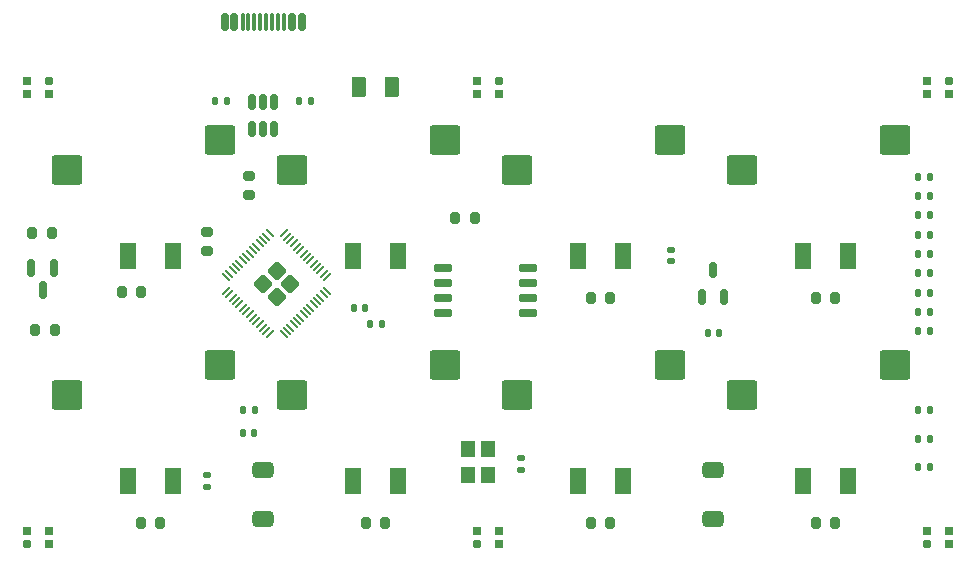
<source format=gbr>
%TF.GenerationSoftware,KiCad,Pcbnew,7.0.7*%
%TF.CreationDate,2024-01-12T23:19:41+09:00*%
%TF.ProjectId,Skeleton8,536b656c-6574-46f6-9e38-2e6b69636164,rev?*%
%TF.SameCoordinates,Original*%
%TF.FileFunction,Paste,Bot*%
%TF.FilePolarity,Positive*%
%FSLAX46Y46*%
G04 Gerber Fmt 4.6, Leading zero omitted, Abs format (unit mm)*
G04 Created by KiCad (PCBNEW 7.0.7) date 2024-01-12 23:19:41*
%MOMM*%
%LPD*%
G01*
G04 APERTURE LIST*
G04 Aperture macros list*
%AMRoundRect*
0 Rectangle with rounded corners*
0 $1 Rounding radius*
0 $2 $3 $4 $5 $6 $7 $8 $9 X,Y pos of 4 corners*
0 Add a 4 corners polygon primitive as box body*
4,1,4,$2,$3,$4,$5,$6,$7,$8,$9,$2,$3,0*
0 Add four circle primitives for the rounded corners*
1,1,$1+$1,$2,$3*
1,1,$1+$1,$4,$5*
1,1,$1+$1,$6,$7*
1,1,$1+$1,$8,$9*
0 Add four rect primitives between the rounded corners*
20,1,$1+$1,$2,$3,$4,$5,0*
20,1,$1+$1,$4,$5,$6,$7,0*
20,1,$1+$1,$6,$7,$8,$9,0*
20,1,$1+$1,$8,$9,$2,$3,0*%
G04 Aperture macros list end*
%ADD10RoundRect,0.200000X1.075000X1.050000X-1.075000X1.050000X-1.075000X-1.050000X1.075000X-1.050000X0*%
%ADD11RoundRect,0.140000X0.140000X0.170000X-0.140000X0.170000X-0.140000X-0.170000X0.140000X-0.170000X0*%
%ADD12RoundRect,0.135000X0.135000X0.185000X-0.135000X0.185000X-0.135000X-0.185000X0.135000X-0.185000X0*%
%ADD13RoundRect,0.175000X-0.175000X-0.175000X0.175000X-0.175000X0.175000X0.175000X-0.175000X0.175000X0*%
%ADD14R,0.700000X0.700000*%
%ADD15R,1.400000X2.300000*%
%ADD16RoundRect,0.175000X0.175000X0.175000X-0.175000X0.175000X-0.175000X-0.175000X0.175000X-0.175000X0*%
%ADD17RoundRect,0.200000X0.200000X0.275000X-0.200000X0.275000X-0.200000X-0.275000X0.200000X-0.275000X0*%
%ADD18RoundRect,0.140000X-0.170000X0.140000X-0.170000X-0.140000X0.170000X-0.140000X0.170000X0.140000X0*%
%ADD19RoundRect,0.140000X-0.140000X-0.170000X0.140000X-0.170000X0.140000X0.170000X-0.140000X0.170000X0*%
%ADD20RoundRect,0.140000X0.170000X-0.140000X0.170000X0.140000X-0.170000X0.140000X-0.170000X-0.140000X0*%
%ADD21RoundRect,0.249999X0.000000X0.558616X-0.558616X0.000000X0.000000X-0.558616X0.558616X0.000000X0*%
%ADD22RoundRect,0.050000X0.238649X0.309359X-0.309359X-0.238649X-0.238649X-0.309359X0.309359X0.238649X0*%
%ADD23RoundRect,0.050000X-0.238649X0.309359X-0.309359X0.238649X0.238649X-0.309359X0.309359X-0.238649X0*%
%ADD24RoundRect,0.150000X0.150000X-0.512500X0.150000X0.512500X-0.150000X0.512500X-0.150000X-0.512500X0*%
%ADD25RoundRect,0.135000X0.185000X-0.135000X0.185000X0.135000X-0.185000X0.135000X-0.185000X-0.135000X0*%
%ADD26RoundRect,0.150000X-0.150000X0.587500X-0.150000X-0.587500X0.150000X-0.587500X0.150000X0.587500X0*%
%ADD27RoundRect,0.135000X-0.135000X-0.185000X0.135000X-0.185000X0.135000X0.185000X-0.135000X0.185000X0*%
%ADD28RoundRect,0.200000X-0.275000X0.200000X-0.275000X-0.200000X0.275000X-0.200000X0.275000X0.200000X0*%
%ADD29RoundRect,0.337500X-0.562500X0.337500X-0.562500X-0.337500X0.562500X-0.337500X0.562500X0.337500X0*%
%ADD30RoundRect,0.250000X-0.375000X-0.625000X0.375000X-0.625000X0.375000X0.625000X-0.375000X0.625000X0*%
%ADD31RoundRect,0.200000X-0.200000X-0.275000X0.200000X-0.275000X0.200000X0.275000X-0.200000X0.275000X0*%
%ADD32R,1.200000X1.400000*%
%ADD33RoundRect,0.150000X-0.650000X-0.150000X0.650000X-0.150000X0.650000X0.150000X-0.650000X0.150000X0*%
%ADD34RoundRect,0.150000X-0.150000X-0.575000X0.150000X-0.575000X0.150000X0.575000X-0.150000X0.575000X0*%
%ADD35RoundRect,0.075000X-0.075000X-0.650000X0.075000X-0.650000X0.075000X0.650000X-0.075000X0.650000X0*%
G04 APERTURE END LIST*
D10*
%TO.C,SW8*%
X107215000Y-73660000D03*
X120142000Y-71120000D03*
%TD*%
%TO.C,SW5*%
X50065000Y-73660000D03*
X62992000Y-71120000D03*
%TD*%
D11*
%TO.C,C12*%
X123114375Y-65037891D03*
X122154375Y-65037891D03*
%TD*%
D12*
%TO.C,R17*%
X76770000Y-67710000D03*
X75750000Y-67710000D03*
%TD*%
D13*
%TO.C,RGB2*%
X86640000Y-47075000D03*
D14*
X86640000Y-48175000D03*
X84810000Y-48175000D03*
X84810000Y-47075000D03*
%TD*%
D15*
%TO.C,LED4*%
X116200000Y-61912500D03*
X112400000Y-61912500D03*
%TD*%
D16*
%TO.C,RGB5*%
X84810000Y-86275000D03*
D14*
X84810000Y-85175000D03*
X86640000Y-85175000D03*
X86640000Y-86275000D03*
%TD*%
D15*
%TO.C,LED6*%
X78100000Y-80962500D03*
X74300000Y-80962500D03*
%TD*%
D11*
%TO.C,C16*%
X123114375Y-77390625D03*
X122154375Y-77390625D03*
%TD*%
D17*
%TO.C,R7*%
X96075000Y-84534375D03*
X94425000Y-84534375D03*
%TD*%
D18*
%TO.C,C4*%
X101203125Y-61432500D03*
X101203125Y-62392500D03*
%TD*%
D19*
%TO.C,C2*%
X74350000Y-66310000D03*
X75310000Y-66310000D03*
%TD*%
D13*
%TO.C,RGB1*%
X48540000Y-47075000D03*
D14*
X48540000Y-48175000D03*
X46710000Y-48175000D03*
X46710000Y-47075000D03*
%TD*%
D20*
%TO.C,C3*%
X88540000Y-80030000D03*
X88540000Y-79070000D03*
%TD*%
D11*
%TO.C,C15*%
X123114375Y-75009375D03*
X122154375Y-75009375D03*
%TD*%
D10*
%TO.C,SW1*%
X50065000Y-54610000D03*
X62992000Y-52070000D03*
%TD*%
D21*
%TO.C,U4*%
X68937742Y-64293750D03*
X67806371Y-63162379D03*
X67806371Y-65425121D03*
X66675000Y-64293750D03*
D22*
X68398573Y-60024593D03*
X68681416Y-60307436D03*
X68964258Y-60590278D03*
X69247101Y-60873121D03*
X69529944Y-61155964D03*
X69812786Y-61438806D03*
X70095629Y-61721649D03*
X70378472Y-62004492D03*
X70661315Y-62287335D03*
X70944157Y-62570177D03*
X71227000Y-62853020D03*
X71509843Y-63135863D03*
X71792685Y-63418705D03*
X72075528Y-63701548D03*
D23*
X72075528Y-64885952D03*
X71792685Y-65168795D03*
X71509843Y-65451637D03*
X71227000Y-65734480D03*
X70944157Y-66017323D03*
X70661315Y-66300165D03*
X70378472Y-66583008D03*
X70095629Y-66865851D03*
X69812786Y-67148694D03*
X69529944Y-67431536D03*
X69247101Y-67714379D03*
X68964258Y-67997222D03*
X68681416Y-68280064D03*
X68398573Y-68562907D03*
D22*
X67214169Y-68562907D03*
X66931326Y-68280064D03*
X66648484Y-67997222D03*
X66365641Y-67714379D03*
X66082798Y-67431536D03*
X65799956Y-67148694D03*
X65517113Y-66865851D03*
X65234270Y-66583008D03*
X64951427Y-66300165D03*
X64668585Y-66017323D03*
X64385742Y-65734480D03*
X64102899Y-65451637D03*
X63820057Y-65168795D03*
X63537214Y-64885952D03*
D23*
X63537214Y-63701548D03*
X63820057Y-63418705D03*
X64102899Y-63135863D03*
X64385742Y-62853020D03*
X64668585Y-62570177D03*
X64951427Y-62287335D03*
X65234270Y-62004492D03*
X65517113Y-61721649D03*
X65799956Y-61438806D03*
X66082798Y-61155964D03*
X66365641Y-60873121D03*
X66648484Y-60590278D03*
X66931326Y-60307436D03*
X67214169Y-60024593D03*
%TD*%
D10*
%TO.C,SW4*%
X107215000Y-54610000D03*
X120142000Y-52070000D03*
%TD*%
D24*
%TO.C,U2*%
X67625000Y-51196875D03*
X66675000Y-51196875D03*
X65725000Y-51196875D03*
X65725000Y-48921875D03*
X66675000Y-48921875D03*
X67625000Y-48921875D03*
%TD*%
D15*
%TO.C,LED3*%
X97150000Y-61912500D03*
X93350000Y-61912500D03*
%TD*%
D16*
%TO.C,RGB4*%
X122910000Y-86275000D03*
D14*
X122910000Y-85175000D03*
X124740000Y-85175000D03*
X124740000Y-86275000D03*
%TD*%
D10*
%TO.C,SW2*%
X69115000Y-54610000D03*
X82042000Y-52070000D03*
%TD*%
D25*
%TO.C,R11*%
X61912500Y-81472500D03*
X61912500Y-80452500D03*
%TD*%
D11*
%TO.C,C17*%
X123114375Y-79771875D03*
X122154375Y-79771875D03*
%TD*%
D17*
%TO.C,R1*%
X56335000Y-65010000D03*
X54685000Y-65010000D03*
%TD*%
D15*
%TO.C,LED5*%
X59050000Y-80962500D03*
X55250000Y-80962500D03*
%TD*%
D26*
%TO.C,Q1*%
X47040000Y-62932500D03*
X48940000Y-62932500D03*
X47990000Y-64807500D03*
%TD*%
D27*
%TO.C,R13*%
X69736875Y-48815625D03*
X70756875Y-48815625D03*
%TD*%
D28*
%TO.C,R15*%
X65484375Y-55134375D03*
X65484375Y-56784375D03*
%TD*%
D15*
%TO.C,LED7*%
X97150000Y-80962500D03*
X93350000Y-80962500D03*
%TD*%
D12*
%TO.C,R12*%
X63613125Y-48815625D03*
X62593125Y-48815625D03*
%TD*%
D11*
%TO.C,C14*%
X123114375Y-68312112D03*
X122154375Y-68312112D03*
%TD*%
D29*
%TO.C,TS2*%
X104775000Y-80078125D03*
X104775000Y-84228125D03*
%TD*%
D11*
%TO.C,C6*%
X123114375Y-55215237D03*
X122154375Y-55215237D03*
%TD*%
D30*
%TO.C,F1*%
X74800000Y-47625000D03*
X77600000Y-47625000D03*
%TD*%
D19*
%TO.C,C1*%
X64978750Y-76953750D03*
X65938750Y-76953750D03*
%TD*%
D11*
%TO.C,C7*%
X123114375Y-56852346D03*
X122154375Y-56852346D03*
%TD*%
D27*
%TO.C,R14*%
X64974375Y-75009375D03*
X65994375Y-75009375D03*
%TD*%
D31*
%TO.C,R10*%
X47105000Y-60000000D03*
X48755000Y-60000000D03*
%TD*%
D10*
%TO.C,SW6*%
X69115000Y-73660000D03*
X82042000Y-71120000D03*
%TD*%
D17*
%TO.C,R8*%
X115125000Y-84534375D03*
X113475000Y-84534375D03*
%TD*%
D15*
%TO.C,LED8*%
X116200000Y-80962500D03*
X112400000Y-80962500D03*
%TD*%
D28*
%TO.C,R16*%
X61912500Y-59896875D03*
X61912500Y-61546875D03*
%TD*%
D17*
%TO.C,R3*%
X96075000Y-65484375D03*
X94425000Y-65484375D03*
%TD*%
D29*
%TO.C,TS1*%
X66675000Y-80078125D03*
X66675000Y-84228125D03*
%TD*%
D15*
%TO.C,LED1*%
X59050000Y-61912500D03*
X55250000Y-61912500D03*
%TD*%
D11*
%TO.C,C11*%
X123114375Y-63400782D03*
X122154375Y-63400782D03*
%TD*%
D31*
%TO.C,R9*%
X47375000Y-68230000D03*
X49025000Y-68230000D03*
%TD*%
D32*
%TO.C,Y1*%
X85680000Y-78240000D03*
X85680000Y-80440000D03*
X83980000Y-80440000D03*
X83980000Y-78240000D03*
%TD*%
D16*
%TO.C,RGB6*%
X46710000Y-86275000D03*
D14*
X46710000Y-85175000D03*
X48540000Y-85175000D03*
X48540000Y-86275000D03*
%TD*%
D15*
%TO.C,LED2*%
X78100000Y-61912500D03*
X74300000Y-61912500D03*
%TD*%
D24*
%TO.C,U3*%
X105725000Y-65431250D03*
X103825000Y-65431250D03*
X104775000Y-63156250D03*
%TD*%
D11*
%TO.C,C10*%
X123114375Y-61763673D03*
X122154375Y-61763673D03*
%TD*%
%TO.C,C5*%
X105270000Y-68440000D03*
X104310000Y-68440000D03*
%TD*%
%TO.C,C8*%
X123114375Y-58489455D03*
X122154375Y-58489455D03*
%TD*%
D10*
%TO.C,SW3*%
X88165000Y-54610000D03*
X101092000Y-52070000D03*
%TD*%
D11*
%TO.C,C13*%
X123114375Y-66675000D03*
X122154375Y-66675000D03*
%TD*%
D33*
%TO.C,U1*%
X81880000Y-66755000D03*
X81880000Y-65485000D03*
X81880000Y-64215000D03*
X81880000Y-62945000D03*
X89080000Y-62945000D03*
X89080000Y-64215000D03*
X89080000Y-65485000D03*
X89080000Y-66755000D03*
%TD*%
D34*
%TO.C,J1*%
X63425000Y-42125625D03*
X64225000Y-42125625D03*
D35*
X65425000Y-42125625D03*
X66421000Y-42125625D03*
X66925000Y-42125625D03*
X67925000Y-42125625D03*
D34*
X69925000Y-42125625D03*
X69125000Y-42125625D03*
D35*
X68425000Y-42125625D03*
X67425000Y-42125625D03*
X65925000Y-42125625D03*
X64925000Y-42125625D03*
%TD*%
D17*
%TO.C,R4*%
X115125000Y-65484375D03*
X113475000Y-65484375D03*
%TD*%
D10*
%TO.C,SW7*%
X88165000Y-73660000D03*
X101092000Y-71120000D03*
%TD*%
D13*
%TO.C,RGB3*%
X124740000Y-47075000D03*
D14*
X124740000Y-48175000D03*
X122910000Y-48175000D03*
X122910000Y-47075000D03*
%TD*%
D31*
%TO.C,R2*%
X82945000Y-58750000D03*
X84595000Y-58750000D03*
%TD*%
D17*
%TO.C,R5*%
X57975000Y-84534375D03*
X56325000Y-84534375D03*
%TD*%
D11*
%TO.C,C9*%
X123114375Y-60126564D03*
X122154375Y-60126564D03*
%TD*%
D17*
%TO.C,R6*%
X77025000Y-84534375D03*
X75375000Y-84534375D03*
%TD*%
M02*

</source>
